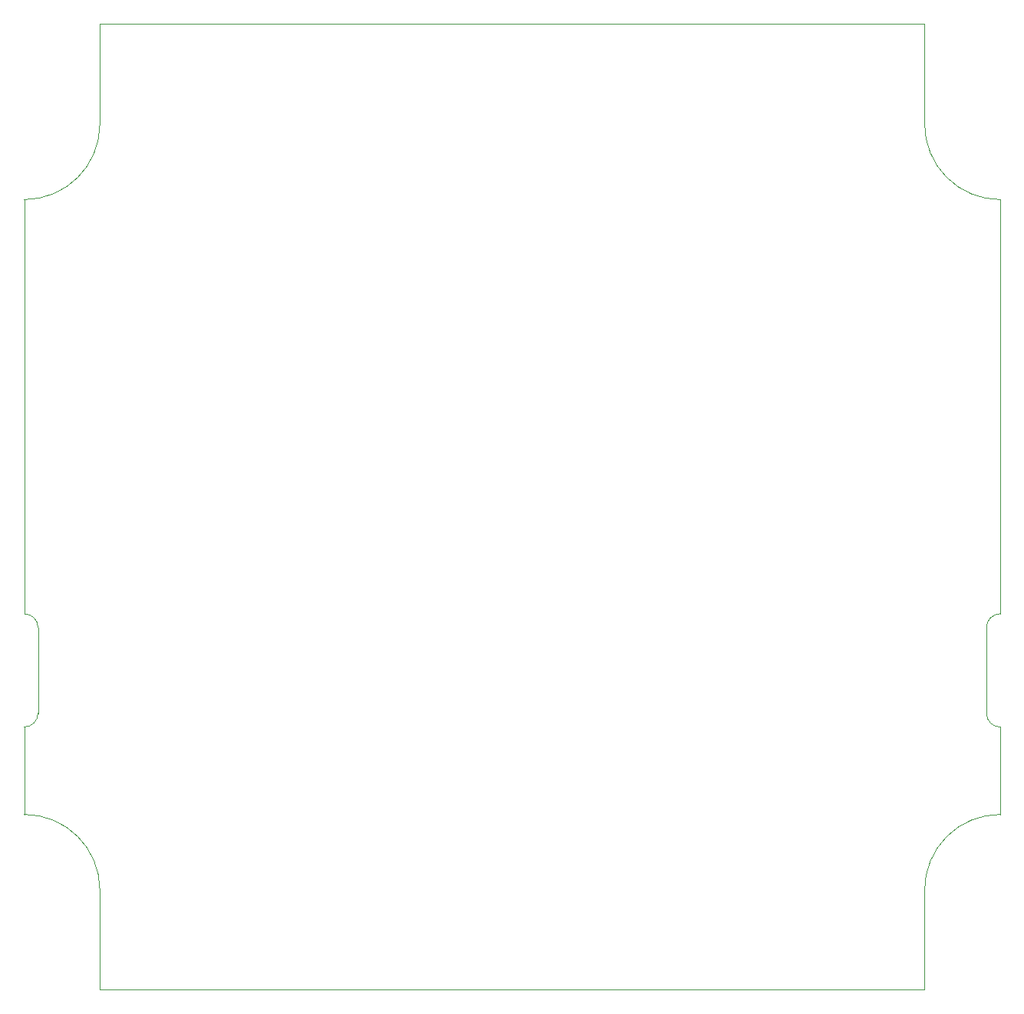
<source format=gm1>
G04 EasyPC Gerber Version 21.0.3 Build 4286 *
G04 #@! TF.Part,Single*
%FSLAX35Y35*%
%MOIN*%
%ADD13C,0.00001*%
X0Y0D02*
D02*
D13*
X418710Y123434D02*
Y160835D01*
G75*
G02X424616Y166741I5906*
G01*
Y346899*
G75*
G02X391820Y379694J32795*
G01*
Y423198*
X33395*
X33395Y379694*
G75*
G02X600Y346898I-32795*
G01*
Y166741*
G75*
G02X6506Y160836J-5906*
G01*
Y123434*
G75*
G02X600Y117529I-5906*
G01*
Y79497*
G75*
G02X33395Y46702J-32795*
G01*
Y3198*
X391820*
Y46702*
G75*
G02X424616Y79497I32795*
G01*
Y117529*
G75*
G02X418710Y123434J5905*
G01*
X0Y0D02*
M02*

</source>
